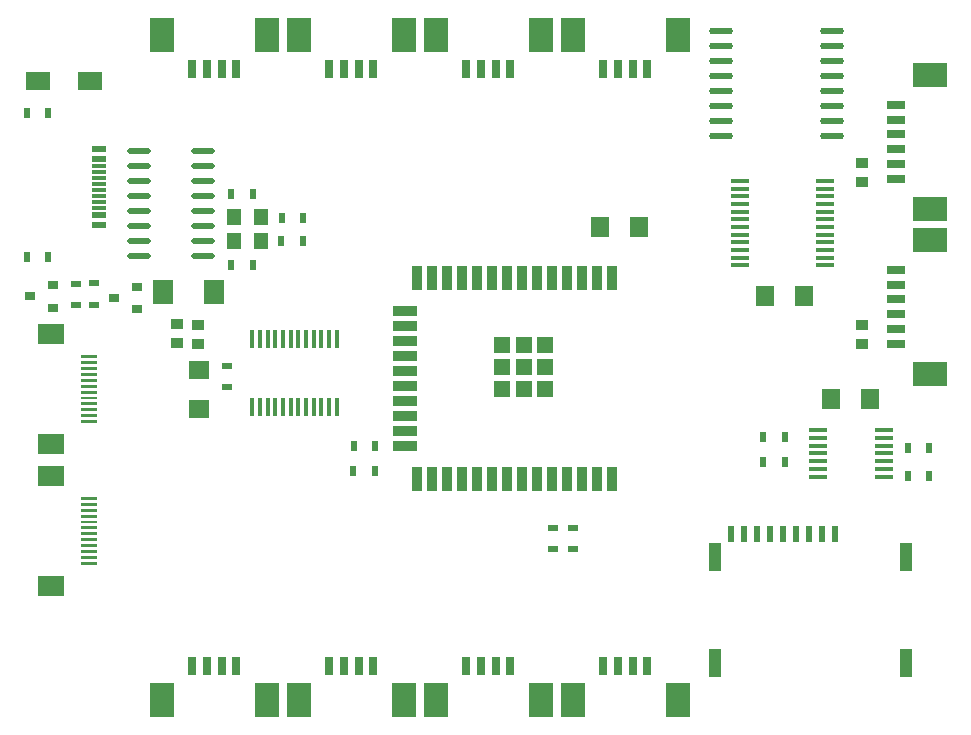
<source format=gtp>
G04*
G04 #@! TF.GenerationSoftware,Altium Limited,Altium Designer,20.2.6 (244)*
G04*
G04 Layer_Color=8421504*
%FSLAX24Y24*%
%MOIN*%
G70*
G04*
G04 #@! TF.SameCoordinates,7583AB6C-3689-415F-B137-6D089145A127*
G04*
G04*
G04 #@! TF.FilePolarity,Positive*
G04*
G01*
G75*
%ADD22R,0.0610X0.0118*%
%ADD23R,0.0610X0.0118*%
%ADD24O,0.0800X0.0217*%
%ADD25R,0.0591X0.0157*%
%ADD26R,0.0630X0.0315*%
%ADD27R,0.1181X0.0827*%
%ADD28R,0.0394X0.0354*%
%ADD29R,0.0600X0.0650*%
%ADD30R,0.0236X0.0354*%
%ADD31R,0.0827X0.0610*%
%ADD32R,0.0453X0.0118*%
%ADD33R,0.0453X0.0236*%
%ADD34O,0.0787X0.0217*%
%ADD35R,0.0500X0.0550*%
%ADD36R,0.0700X0.0800*%
G04:AMPARAMS|DCode=37|XSize=61.8mil|YSize=16.1mil|CornerRadius=2mil|HoleSize=0mil|Usage=FLASHONLY|Rotation=90.000|XOffset=0mil|YOffset=0mil|HoleType=Round|Shape=RoundedRectangle|*
%AMROUNDEDRECTD37*
21,1,0.0618,0.0121,0,0,90.0*
21,1,0.0578,0.0161,0,0,90.0*
1,1,0.0040,0.0061,0.0289*
1,1,0.0040,0.0061,-0.0289*
1,1,0.0040,-0.0061,-0.0289*
1,1,0.0040,-0.0061,0.0289*
%
%ADD37ROUNDEDRECTD37*%
%ADD38R,0.0354X0.0236*%
%ADD39R,0.0650X0.0600*%
%ADD40R,0.0354X0.0315*%
%ADD41R,0.0866X0.0709*%
%ADD42R,0.0315X0.0630*%
%ADD43R,0.0827X0.1181*%
%ADD44R,0.0524X0.0524*%
%ADD45R,0.0354X0.0787*%
%ADD46R,0.0787X0.0354*%
%ADD47R,0.0244X0.0551*%
%ADD48R,0.0433X0.0945*%
G36*
X2224Y5620D02*
Y5718D01*
X2736D01*
Y5620D01*
X2224D01*
D02*
G37*
G36*
X2224Y5226D02*
Y5324D01*
X2736D01*
Y5226D01*
X2224D01*
D02*
G37*
G36*
X2224Y5423D02*
Y5521D01*
X2736D01*
Y5423D01*
X2224D01*
D02*
G37*
G36*
X2224Y6211D02*
Y6309D01*
X2736D01*
Y6211D01*
X2224D01*
D02*
G37*
G36*
X2224Y6014D02*
Y6112D01*
X2736D01*
Y6014D01*
X2224D01*
D02*
G37*
G36*
X2224Y5817D02*
Y5915D01*
X2736D01*
Y5817D01*
X2224D01*
D02*
G37*
G36*
X2224Y6407D02*
Y6506D01*
X2736D01*
Y6407D01*
X2224D01*
D02*
G37*
G36*
X2224Y6604D02*
Y6703D01*
X2736D01*
Y6604D01*
X2224D01*
D02*
G37*
G36*
X2224Y6801D02*
Y6900D01*
X2736D01*
Y6801D01*
X2224D01*
D02*
G37*
G36*
X2224Y7392D02*
Y7492D01*
X2736D01*
Y7392D01*
X2224D01*
D02*
G37*
G36*
X2224Y7195D02*
Y7294D01*
X2736D01*
Y7195D01*
X2224D01*
D02*
G37*
G36*
X2224Y6998D02*
Y7097D01*
X2736D01*
Y6998D01*
X2224D01*
D02*
G37*
G36*
X2736Y10344D02*
X2224D01*
Y10442D01*
X2736D01*
Y10344D01*
D02*
G37*
G36*
Y10148D02*
X2224D01*
Y10246D01*
X2736D01*
Y10148D01*
D02*
G37*
G36*
Y9951D02*
X2224D01*
Y10048D01*
X2736D01*
Y9951D01*
D02*
G37*
G36*
X2224Y10935D02*
Y11033D01*
X2736D01*
Y10935D01*
X2224D01*
D02*
G37*
G36*
X2224Y10738D02*
Y10836D01*
X2736D01*
Y10738D01*
X2224D01*
D02*
G37*
G36*
X2224Y10541D02*
Y10640D01*
X2736D01*
Y10541D01*
X2224D01*
D02*
G37*
G36*
X2224Y11132D02*
Y11230D01*
X2736D01*
Y11132D01*
X2224D01*
D02*
G37*
G36*
X2224Y11329D02*
Y11428D01*
X2736D01*
Y11329D01*
X2224D01*
D02*
G37*
G36*
X2224Y11526D02*
Y11624D01*
X2736D01*
Y11526D01*
X2224D01*
D02*
G37*
G36*
X2224Y12116D02*
Y12217D01*
X2736D01*
Y12116D01*
X2224D01*
D02*
G37*
G36*
X2224Y11919D02*
Y12018D01*
X2736D01*
Y11919D01*
X2224D01*
D02*
G37*
G36*
X2224Y11722D02*
Y11821D01*
X2736D01*
Y11722D01*
X2224D01*
D02*
G37*
D22*
X26772Y8169D02*
D03*
X26772Y8681D02*
D03*
X26772Y9193D02*
D03*
X26772Y9705D02*
D03*
X28976Y8169D02*
D03*
X28976Y8681D02*
D03*
X28976Y9193D02*
D03*
X28976Y9705D02*
D03*
D23*
X26772Y8425D02*
D03*
X26772Y8937D02*
D03*
X26772Y9449D02*
D03*
X28976Y8425D02*
D03*
X28976Y8937D02*
D03*
X28976Y9449D02*
D03*
D24*
X23533Y23010D02*
D03*
Y22510D02*
D03*
Y22010D02*
D03*
Y21510D02*
D03*
Y21010D02*
D03*
Y20510D02*
D03*
Y20010D02*
D03*
Y19510D02*
D03*
X27254Y23010D02*
D03*
Y22510D02*
D03*
Y22010D02*
D03*
Y21510D02*
D03*
Y21010D02*
D03*
Y20510D02*
D03*
Y20010D02*
D03*
Y19510D02*
D03*
D25*
X24163Y18022D02*
D03*
Y17766D02*
D03*
Y15207D02*
D03*
Y15463D02*
D03*
Y15718D02*
D03*
Y15974D02*
D03*
Y16230D02*
D03*
Y16486D02*
D03*
Y16742D02*
D03*
Y16998D02*
D03*
Y17254D02*
D03*
Y17510D02*
D03*
X27018Y18022D02*
D03*
Y17766D02*
D03*
Y17510D02*
D03*
Y17254D02*
D03*
Y16998D02*
D03*
Y16742D02*
D03*
Y16486D02*
D03*
Y16230D02*
D03*
Y15974D02*
D03*
Y15718D02*
D03*
Y15463D02*
D03*
Y15207D02*
D03*
D26*
X29370Y20561D02*
D03*
Y20069D02*
D03*
Y19577D02*
D03*
Y19085D02*
D03*
Y18593D02*
D03*
Y18100D02*
D03*
Y15059D02*
D03*
Y14567D02*
D03*
Y14075D02*
D03*
Y13583D02*
D03*
Y13091D02*
D03*
Y12598D02*
D03*
D27*
X30512Y21565D02*
D03*
Y17096D02*
D03*
Y16063D02*
D03*
Y11594D02*
D03*
D28*
X28228Y17992D02*
D03*
Y18622D02*
D03*
Y12598D02*
D03*
Y13228D02*
D03*
X6100Y12592D02*
D03*
Y13222D02*
D03*
X5400Y12607D02*
D03*
Y13237D02*
D03*
D29*
X25009Y14173D02*
D03*
X26309D02*
D03*
X28504Y10748D02*
D03*
X27204D02*
D03*
X20797Y16496D02*
D03*
X19497D02*
D03*
D30*
X30487Y9124D02*
D03*
X29772Y9124D02*
D03*
X30487Y8179D02*
D03*
X29772Y8179D02*
D03*
X24950Y9488D02*
D03*
X25665Y9488D02*
D03*
X24950Y8661D02*
D03*
X25665Y8661D02*
D03*
X1115Y20272D02*
D03*
X400Y20272D02*
D03*
X7930Y17572D02*
D03*
X7215Y17572D02*
D03*
X9615Y16772D02*
D03*
X8900Y16772D02*
D03*
X9600Y16022D02*
D03*
X8885Y16022D02*
D03*
X7930Y15222D02*
D03*
X7215Y15222D02*
D03*
X1115Y15472D02*
D03*
X400Y15472D02*
D03*
X12018Y9173D02*
D03*
X11304Y9173D02*
D03*
X11289Y8346D02*
D03*
X12004Y8346D02*
D03*
D31*
X787Y21339D02*
D03*
X2520D02*
D03*
D32*
X2822Y18511D02*
D03*
Y18314D02*
D03*
Y18117D02*
D03*
Y17133D02*
D03*
Y17330D02*
D03*
Y17527D02*
D03*
Y17920D02*
D03*
Y17724D02*
D03*
D33*
Y16877D02*
D03*
Y18767D02*
D03*
Y16562D02*
D03*
Y19082D02*
D03*
D34*
X6276Y15522D02*
D03*
Y16022D02*
D03*
Y16522D02*
D03*
Y17022D02*
D03*
Y17522D02*
D03*
Y18022D02*
D03*
Y18522D02*
D03*
Y19022D02*
D03*
X4150Y15522D02*
D03*
Y16022D02*
D03*
Y16522D02*
D03*
Y17022D02*
D03*
Y17522D02*
D03*
Y18022D02*
D03*
Y18522D02*
D03*
Y19022D02*
D03*
D35*
X7300Y16822D02*
D03*
X8200D02*
D03*
X7300Y16022D02*
D03*
X8200D02*
D03*
D36*
X4950Y14322D02*
D03*
X6650D02*
D03*
D37*
X7923Y10484D02*
D03*
X8179D02*
D03*
X8435D02*
D03*
X8691D02*
D03*
X8947D02*
D03*
X9203D02*
D03*
X9459D02*
D03*
X9715D02*
D03*
X9970D02*
D03*
X10226D02*
D03*
X10482D02*
D03*
X10738D02*
D03*
Y12744D02*
D03*
X10482D02*
D03*
X10226D02*
D03*
X9970D02*
D03*
X9715D02*
D03*
X9459D02*
D03*
X9203D02*
D03*
X8947D02*
D03*
X8691D02*
D03*
X8435D02*
D03*
X8179D02*
D03*
X7923D02*
D03*
D38*
X7087Y11861D02*
D03*
X7087Y11146D02*
D03*
X2650Y14614D02*
D03*
X2650Y13899D02*
D03*
X2059Y13884D02*
D03*
X2059Y14599D02*
D03*
X18622Y5737D02*
D03*
X18622Y6452D02*
D03*
X17953Y5737D02*
D03*
X17953Y6452D02*
D03*
D39*
X6142Y11723D02*
D03*
Y10423D02*
D03*
D40*
X4094Y14496D02*
D03*
Y13748D02*
D03*
X3306Y14122D02*
D03*
X506Y14172D02*
D03*
X1294Y13798D02*
D03*
Y14546D02*
D03*
D41*
X1201Y9252D02*
D03*
Y12913D02*
D03*
Y4528D02*
D03*
Y8189D02*
D03*
D42*
X19616Y1870D02*
D03*
X20108D02*
D03*
X20600D02*
D03*
X21093D02*
D03*
X15049D02*
D03*
X15541D02*
D03*
X16033D02*
D03*
X16526D02*
D03*
X10482D02*
D03*
X10974D02*
D03*
X11467D02*
D03*
X11959D02*
D03*
X5915D02*
D03*
X6407D02*
D03*
X6900D02*
D03*
X7392D02*
D03*
X21093Y21752D02*
D03*
X20600D02*
D03*
X20108D02*
D03*
X19616D02*
D03*
X16526D02*
D03*
X16033D02*
D03*
X15541D02*
D03*
X15049D02*
D03*
X11959D02*
D03*
X11467D02*
D03*
X10974D02*
D03*
X10482D02*
D03*
X7392D02*
D03*
X6900D02*
D03*
X6407D02*
D03*
X5915D02*
D03*
D43*
X18612Y728D02*
D03*
X22096D02*
D03*
X14045D02*
D03*
X17530D02*
D03*
X9478D02*
D03*
X12963D02*
D03*
X4911D02*
D03*
X8396D02*
D03*
X22096Y22894D02*
D03*
X18612D02*
D03*
X17530D02*
D03*
X14045D02*
D03*
X12963D02*
D03*
X9478D02*
D03*
X8396D02*
D03*
X4911D02*
D03*
D44*
X16239Y11102D02*
D03*
Y11825D02*
D03*
Y12547D02*
D03*
X16962Y11102D02*
D03*
Y11825D02*
D03*
Y12547D02*
D03*
X17684Y11102D02*
D03*
Y11825D02*
D03*
Y12547D02*
D03*
D45*
X19914Y8085D02*
D03*
X19414D02*
D03*
X18914D02*
D03*
X18414D02*
D03*
X17914D02*
D03*
X17414D02*
D03*
X16914D02*
D03*
X16414D02*
D03*
X15914D02*
D03*
X15414D02*
D03*
X14914D02*
D03*
X14414D02*
D03*
X13914D02*
D03*
X13414D02*
D03*
Y14778D02*
D03*
X13914D02*
D03*
X14414D02*
D03*
X14914D02*
D03*
X15414D02*
D03*
X15914D02*
D03*
X16414D02*
D03*
X16914D02*
D03*
X17414D02*
D03*
X17914D02*
D03*
X18414D02*
D03*
X18914D02*
D03*
X19414D02*
D03*
X19914D02*
D03*
D46*
X13021Y9181D02*
D03*
Y9681D02*
D03*
Y10181D02*
D03*
Y10681D02*
D03*
Y11181D02*
D03*
Y11681D02*
D03*
Y12181D02*
D03*
Y12681D02*
D03*
Y13181D02*
D03*
Y13681D02*
D03*
D47*
X27354Y6268D02*
D03*
X26921D02*
D03*
X26488D02*
D03*
X26055D02*
D03*
X25622D02*
D03*
X25189D02*
D03*
X24756D02*
D03*
X24323D02*
D03*
X23890D02*
D03*
D48*
X23346Y1937D02*
D03*
Y5480D02*
D03*
X29705D02*
D03*
Y1937D02*
D03*
M02*

</source>
